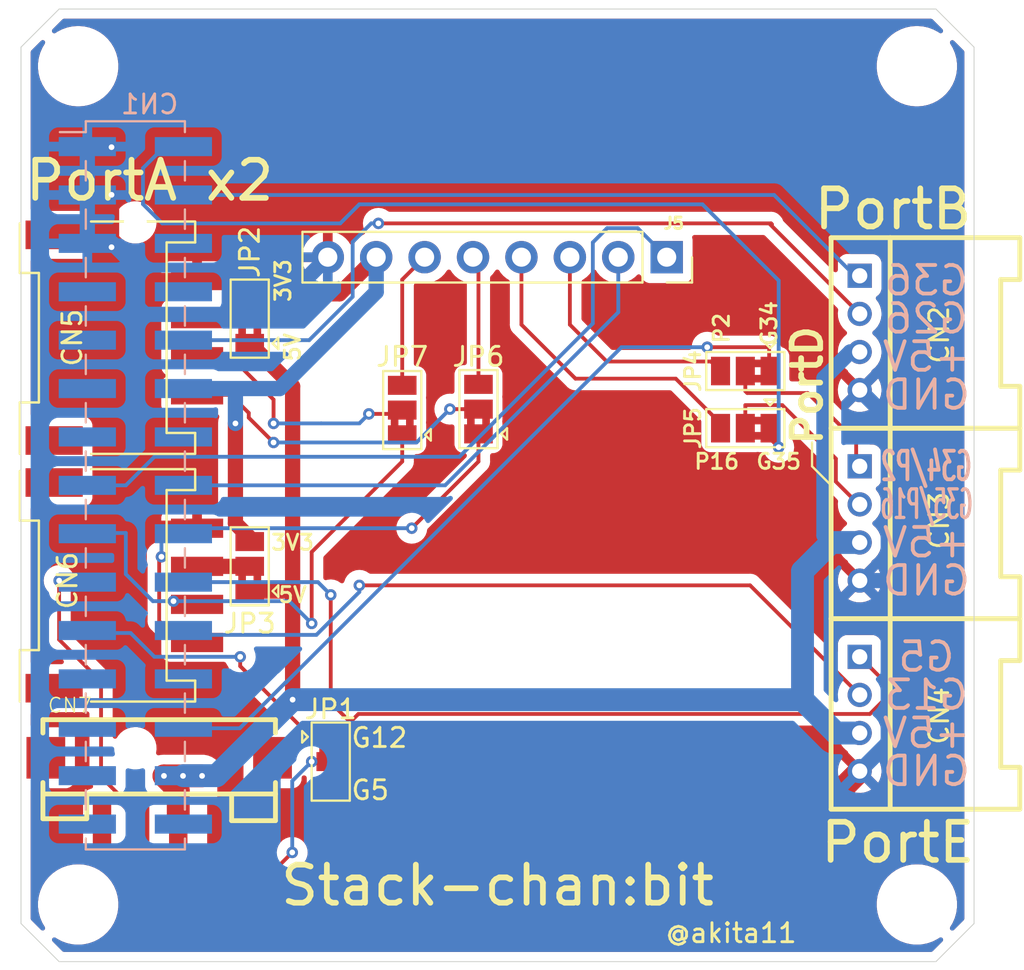
<source format=kicad_pcb>
(kicad_pcb (version 20211014) (generator pcbnew)
  (layers (0 "F.Cu" signal) (31 "B.Cu" signal) (34 "B.Paste" user) (35 "F.Paste" user) (36 "B.SilkS" user "B.Silkscreen") (37 "F.SilkS" user "F.Silkscreen") (38 "B.Mask" user) (39 "F.Mask" user) (44 "Edge.Cuts" user))
  (net 0 "")
  (net 1 "+3V3")
  (net 2 "GND")
  (net 3 "/G5")
  (net 4 "/G12")
  (net 9 "/G13")
  (net 11 "+5V")
  (net 14 "/SV2")
  (net 15 "/SV1")
  (net 22 "/G21")
  (net 23 "/G22")
  (net 24 "/G36")
  (net 25 "/G26")
  (net 26 "/G34")
  (net 27 "/G35")
  (net 28 "/VDD-A1")
  (net 29 "/VDD-A2")
  (net 30 "/PD1")
  (net 31 "/PD2")
  (net 32 "/PA11")
  (net 33 "/PA12")
  (net 34 "/P0m")
  (net 35 "/P1m")
  (net 36 "/P2m")
  (net 37 "/P16m")
  (net 38 "/P19m")
  (net 39 "/P20m")
  (footprint "MountingHole:MountingHole_3.2mm_M3" (layer "F.Cu") (at 47 -47)
    (fp_text reference "REF**" hide)
    (fp_text value "MountingHole_3.2mm_M3" hide)
    (pad "" np_thru_hole circle locked (at 0 0) (size 3.2 3.2) (drill 3.2) (layers *.Cu *.Mask))
  )
  (footprint "akita:CON_GROVE_V_SMD" (layer "F.Cu") (at 7.25 -7.3)
    (fp_text reference "CN7" (at -5.9 -5.7) (layer "F.SilkS") (effects (font (size 0.77216 0.77216) (thickness 0.077216)) (justify left bottom)))
    (fp_text value "CON_GROVE")
    (pad "1" smd rect locked (at -3 0 90) (size 2.54 0.9652) (layers "F.Cu" "F.Paste" "F.Mask") (net 15 "/SV1"))
    (pad "2" smd rect locked (at -1 0 90) (size 2.54 0.9652) (layers "F.Cu" "F.Paste" "F.Mask") (net 14 "/SV2"))
    (pad "3" smd rect locked (at 1 0 90) (size 2.54 0.9652) (layers "F.Cu" "F.Paste" "F.Mask") (net 11 "+5V"))
    (pad "4" smd rect locked (at 3 0 90) (size 2.54 0.9652) (layers "F.Cu" "F.Paste" "F.Mask") (net 2 "GND"))
    (pad "SS1" smd rect locked (at -5.946 -3.4 90) (size 2.1844 2.032) (layers "F.Cu" "F.Paste" "F.Mask"))
    (pad "SS2" smd rect locked (at 5.946 -3.4 90) (size 2.1844 2.032) (layers "F.Cu" "F.Paste" "F.Mask"))
  )
  (footprint "akita:CON_GROVE_H" (layer "F.Cu") (at 44 -13 -90)
    (fp_text reference "CN4" (at -1.5 -4.75 90) (layer "F.SilkS") (effects (justify right bottom)))
    (fp_text value "CON_GROVE")
    (pad "1" thru_hole rect locked (at -3 0 270) (size 1.27 1.27) (drill 0.8) (layers *.Cu *.Mask) (net 3 "/G5"))
    (pad "2" thru_hole circle locked (at -1 0 270) (size 1.27 1.27) (drill 0.8) (layers *.Cu *.Mask) (net 9 "/G13"))
    (pad "3" thru_hole circle locked (at 1 0 270) (size 1.27 1.27) (drill 0.8) (layers *.Cu *.Mask) (net 11 "+5V"))
    (pad "4" thru_hole circle locked (at 3 0 270) (size 1.27 1.27) (drill 0.8) (layers *.Cu *.Mask) (net 2 "GND"))
  )
  (footprint "MountingHole:MountingHole_3.2mm_M3" (layer "F.Cu") (at 47 -3)
    (fp_text reference "REF**" hide)
    (fp_text value "MountingHole_3.2mm_M3" hide)
    (pad "" np_thru_hole circle locked (at 0 0) (size 3.2 3.2) (drill 3.2) (layers *.Cu *.Mask))
  )
  (footprint "Jumper:SolderJumper-3_P1.3mm_Bridged2Bar12_Pad1.0x1.5mm" (layer "F.Cu") (at 16.25 -10.5 -90)
    (fp_text reference "JP1" (at -2.75 0 180) (layer "F.SilkS"))
    (fp_text value "SolderJumper_3_Bridged12")
    (fp_poly (pts (xy -0.9 -0.6) (xy -0.4 -0.6) (xy -0.4 -0.2) (xy -0.9 -0.2)) (layer "F.Cu") (width 0) (fill solid))
    (fp_poly (pts (xy -0.9 0.2) (xy -0.4 0.2) (xy -0.4 0.6) (xy -0.9 0.6)) (layer "F.Cu") (width 0) (fill solid))
    (pad "1" smd rect locked (at -1.3 0 270) (size 1 1.5) (layers "F.Cu" "F.Mask") (net 4 "/G12"))
    (pad "2" smd rect locked (at 0 0 270) (size 1 1.5) (layers "F.Cu" "F.Mask") (net 15 "/SV1"))
    (pad "3" smd rect locked (at 1.3 0 270) (size 1 1.5) (layers "F.Cu" "F.Mask") (net 3 "/G5"))
  )
  (footprint "Jumper:SolderJumper-3_P1.3mm_Bridged2Bar12_Pad1.0x1.5mm" (layer "F.Cu") (at 38 -31 180)
    (fp_text reference "JP4" (at 2.75 0 90) (layer "F.SilkS") (effects (font (size 0.8 0.8))))
    (fp_text value "SolderJumper_3_Bridged12")
    (fp_poly (pts (xy -0.9 0.2) (xy -0.4 0.2) (xy -0.4 0.6) (xy -0.9 0.6)) (layer "F.Cu") (width 0) (fill solid))
    (fp_poly (pts (xy -0.9 -0.6) (xy -0.4 -0.6) (xy -0.4 -0.2) (xy -0.9 -0.2)) (layer "F.Cu") (width 0) (fill solid))
    (pad "1" smd rect locked (at -1.3 0 180) (size 1 1.5) (layers "F.Cu" "F.Mask") (net 26 "/G34"))
    (pad "2" smd rect locked (at 0 0 180) (size 1 1.5) (layers "F.Cu" "F.Mask") (net 30 "/PD1"))
    (pad "3" smd rect locked (at 1.3 0 180) (size 1 1.5) (layers "F.Cu" "F.Mask") (net 36 "/P2m"))
  )
  (footprint "" (layer "F.Cu") (at 17.2 -42.3)
    (fp_text reference "" (at 0 0) (layer "F.SilkS") (effects (font (size 1.27 1.27))))
    (fp_text value "" (at 0 0) (layer "F.SilkS") (effects (font (size 1.27 1.27))))
    (pad "" np_thru_hole circle (at -11.2 31.1) (size 1.2 1.2) (drill 1.2) (layers F&B.Cu *.Mask))
  )
  (footprint "Jumper:SolderJumper-3_P1.3mm_Bridged2Bar12_Pad1.0x1.5mm" (layer "F.Cu") (at 12 -33.75 90)
    (fp_text reference "JP2" (at 3.5 0 270) (layer "F.SilkS"))
    (fp_text value "SolderJumper_3_Bridged12")
    (fp_poly (pts (xy -0.9 0.2) (xy -0.4 0.2) (xy -0.4 0.6) (xy -0.9 0.6)) (layer "F.Cu") (width 0) (fill solid))
    (fp_poly (pts (xy -0.9 -0.6) (xy -0.4 -0.6) (xy -0.4 -0.2) (xy -0.9 -0.2)) (layer "F.Cu") (width 0) (fill solid))
    (pad "1" smd rect locked (at -1.3 0 90) (size 1 1.5) (layers "F.Cu" "F.Mask") (net 11 "+5V"))
    (pad "2" smd rect locked (at 0 0 90) (size 1 1.5) (layers "F.Cu" "F.Mask") (net 28 "/VDD-A1"))
    (pad "3" smd rect locked (at 1.3 0 90) (size 1 1.5) (layers "F.Cu" "F.Mask") (net 1 "+3V3"))
  )
  (footprint "akita:CON_GROVE_H" (layer "F.Cu") (at 44 -23 -90)
    (fp_text reference "CN3" (at -1.75 -4.75 90) (layer "F.SilkS") (effects (justify right bottom)))
    (fp_text value "CON_GROVE")
    (pad "1" thru_hole rect locked (at -3 0 270) (size 1.27 1.27) (drill 0.8) (layers *.Cu *.Mask) (net 30 "/PD1"))
    (pad "2" thru_hole circle locked (at -1 0 270) (size 1.27 1.27) (drill 0.8) (layers *.Cu *.Mask) (net 31 "/PD2"))
    (pad "3" thru_hole circle locked (at 1 0 270) (size 1.27 1.27) (drill 0.8) (layers *.Cu *.Mask) (net 11 "+5V"))
    (pad "4" thru_hole circle locked (at 3 0 270) (size 1.27 1.27) (drill 0.8) (layers *.Cu *.Mask) (net 2 "GND"))
  )
  (footprint "Jumper:SolderJumper-3_P1.3mm_Bridged2Bar12_Pad1.0x1.5mm" (layer "F.Cu") (at 38 -28 180)
    (fp_text reference "JP5" (at 2.75 0 90) (layer "F.SilkS") (effects (font (size 0.8 0.8))))
    (fp_text value "SolderJumper_3_Bridged12")
    (fp_poly (pts (xy -0.9 0.2) (xy -0.4 0.2) (xy -0.4 0.6) (xy -0.9 0.6)) (layer "F.Cu") (width 0) (fill solid))
    (fp_poly (pts (xy -0.9 -0.6) (xy -0.4 -0.6) (xy -0.4 -0.2) (xy -0.9 -0.2)) (layer "F.Cu") (width 0) (fill solid))
    (pad "1" smd rect locked (at -1.3 0 180) (size 1 1.5) (layers "F.Cu" "F.Mask") (net 27 "/G35"))
    (pad "2" smd rect locked (at 0 0 180) (size 1 1.5) (layers "F.Cu" "F.Mask") (net 31 "/PD2"))
    (pad "3" smd rect locked (at 1.3 0 180) (size 1 1.5) (layers "F.Cu" "F.Mask") (net 37 "/P16m"))
  )
  (footprint "Jumper:SolderJumper-3_P1.3mm_Bridged2Bar12_Pad1.0x1.5mm" (layer "F.Cu") (at 20 -28.95 90)
    (fp_text reference "JP7" (at 2.8 0 180) (layer "F.SilkS"))
    (fp_text value "SolderJumper_3_Bridged12")
    (fp_poly (pts (xy -0.9 0.2) (xy -0.4 0.2) (xy -0.4 0.6) (xy -0.9 0.6)) (layer "F.Cu") (width 0) (fill solid))
    (fp_poly (pts (xy -0.9 -0.6) (xy -0.4 -0.6) (xy -0.4 -0.2) (xy -0.9 -0.2)) (layer "F.Cu") (width 0) (fill solid))
    (pad "1" smd rect locked (at -1.3 0 90) (size 1 1.5) (layers "F.Cu" "F.Mask") (net 22 "/G21"))
    (pad "2" smd rect locked (at 0 0 90) (size 1 1.5) (layers "F.Cu" "F.Mask") (net 33 "/PA12"))
    (pad "3" smd rect locked (at 1.3 0 90) (size 1 1.5) (layers "F.Cu" "F.Mask") (net 39 "/P20m"))
  )
  (footprint "akita:CON_GROVE_H_SMD" (layer "F.Cu") (at 4.4375 -19.75 90)
    (fp_text reference "CN6" (at 0.25 -2 90) (layer "F.SilkS"))
    (fp_text value "CON_GROVE")
    (pad "1" smd rect locked (at -2.99974 4.7997 180) (size 2.73812 1.00838) (layers "F.Cu" "F.Paste" "F.Mask") (net 23 "/G22"))
    (pad "2" smd rect locked (at -0.99822 4.7997 180) (size 2.73812 1.00838) (layers "F.Cu" "F.Paste" "F.Mask") (net 22 "/G21"))
    (pad "3" smd rect locked (at 0.99822 4.7997 180) (size 2.73812 1.00838) (layers "F.Cu" "F.Paste" "F.Mask") (net 29 "/VDD-A2"))
    (pad "4" smd rect locked (at 2.99974 4.7997 180) (size 2.73812 1.00838) (layers "F.Cu" "F.Paste" "F.Mask") (net 2 "GND"))
    (pad "5" smd rect locked (at -5.3975 -2.69838 180) (size 2.99974 1.5) (layers "F.Cu" "F.Paste" "F.Mask"))
    (pad "6" smd rect locked (at 5.3975 -2.69838 180) (size 2.99974 1.5) (layers "F.Cu" "F.Paste" "F.Mask"))
  )
  (footprint "MountingHole:MountingHole_3.2mm_M3" (layer "F.Cu") (at 3 -3)
    (fp_text reference "REF**" hide)
    (fp_text value "MountingHole_3.2mm_M3" hide)
    (pad "" np_thru_hole circle locked (at 0 0) (size 3.2 3.2) (drill 3.2) (layers *.Cu *.Mask))
  )
  (footprint "Jumper:SolderJumper-3_P1.3mm_Bridged2Bar12_Pad1.0x1.5mm" (layer "F.Cu") (at 24 -29 90)
    (fp_text reference "JP6" (at 2.75 0 180) (layer "F.SilkS"))
    (fp_text value "SolderJumper_3_Bridged12")
    (fp_poly (pts (xy -0.9 -0.6) (xy -0.4 -0.6) (xy -0.4 -0.2) (xy -0.9 -0.2)) (layer "F.Cu") (width 0) (fill solid))
    (fp_poly (pts (xy -0.9 0.2) (xy -0.4 0.2) (xy -0.4 0.6) (xy -0.9 0.6)) (layer "F.Cu") (width 0) (fill solid))
    (pad "1" smd rect locked (at -1.3 0 90) (size 1 1.5) (layers "F.Cu" "F.Mask") (net 23 "/G22"))
    (pad "2" smd rect locked (at 0 0 90) (size 1 1.5) (layers "F.Cu" "F.Mask") (net 32 "/PA11"))
    (pad "3" smd rect locked (at 1.3 0 90) (size 1 1.5) (layers "F.Cu" "F.Mask") (net 38 "/P19m"))
  )
  (footprint "Jumper:SolderJumper-3_P1.3mm_Bridged2Bar12_Pad1.0x1.5mm" (layer "F.Cu") (at 12 -20.75 90)
    (fp_text reference "JP3" (at -3 0 180) (layer "F.SilkS"))
    (fp_text value "SolderJumper_3_Bridged12")
    (fp_poly (pts (xy -0.9 0.2) (xy -0.4 0.2) (xy -0.4 0.6) (xy -0.9 0.6)) (layer "F.Cu") (width 0) (fill solid))
    (fp_poly (pts (xy -0.9 -0.6) (xy -0.4 -0.6) (xy -0.4 -0.2) (xy -0.9 -0.2)) (layer "F.Cu") (width 0) (fill solid))
    (pad "1" smd rect locked (at -1.3 0 90) (size 1 1.5) (layers "F.Cu" "F.Mask") (net 11 "+5V"))
    (pad "2" smd rect locked (at 0 0 90) (size 1 1.5) (layers "F.Cu" "F.Mask") (net 29 "/VDD-A2"))
    (pad "3" smd rect locked (at 1.3 0 90) (size 1 1.5) (layers "F.Cu" "F.Mask") (net 1 "+3V3"))
  )
  (footprint "akita:CON_GROVE_H_SMD" (layer "F.Cu") (at 4.4375 -32.75 90)
    (fp_text reference "CN5" (at 0 -1.75 90) (layer "F.SilkS"))
    (fp_text value "CON_GROVE")
    (pad "1" smd rect locked (at -2.99974 4.7997 180) (size 2.73812 1.00838) (layers "F.Cu" "F.Paste" "F.Mask") (net 32 "/PA11"))
    (pad "2" smd rect locked (at -0.99822 4.7997 180) (size 2.73812 1.00838) (layers "F.Cu" "F.Paste" "F.Mask") (net 33 "/PA12"))
    (pad "3" smd rect locked (at 0.99822 4.7997 180) (size 2.73812 1.00838) (layers "F.Cu" "F.Paste" "F.Mask") (net 28 "/VDD-A1"))
    (pad "4" smd rect locked (at 2.99974 4.7997 180) (size 2.73812 1.00838) (layers "F.Cu" "F.Paste" "F.Mask") (net 2 "GND"))
    (pad "5" smd rect locked (at -5.3975 -2.69838 180) (size 2.99974 1.5) (layers "F.Cu" "F.Paste" "F.Mask"))
    (pad "6" smd rect locked (at 5.3975 -2.69838 180) (size 2.99974 1.5) (layers "F.Cu" "F.Paste" "F.Mask"))
  )
  (footprint "akita:CON_GROVE_H" (layer "F.Cu") (at 44 -33 -90)
    (fp_text reference "CN2" (at -1.5 -4.75 90) (layer "F.SilkS") (effects (justify right bottom)))
    (fp_text value "CON_GROVE")
    (pad "1" thru_hole rect locked (at -3 0 270) (size 1.27 1.27) (drill 0.8) (layers *.Cu *.Mask) (net 24 "/G36"))
    (pad "2" thru_hole circle locked (at -1 0 270) (size 1.27 1.27) (drill 0.8) (layers *.Cu *.Mask) (net 25 "/G26"))
    (pad "3" thru_hole circle locked (at 1 0 270) (size 1.27 1.27) (drill 0.8) (layers *.Cu *.Mask) (net 11 "+5V"))
    (pad "4" thru_hole circle locked (at 3 0 270) (size 1.27 1.27) (drill 0.8) (layers *.Cu *.Mask) (net 2 "GND"))
  )
  (footprint "Connector_PinSocket_2.54mm:PinSocket_1x08_P2.54mm_Vertical" (layer "F.Cu") (at 33.875 -36.975 -90)
    (fp_text reference "J5" (at -1.775 -0.375 180) (layer "F.SilkS") (effects (font (size 0.6 0.6))))
    (fp_text value "Conn_01x08")
    (pad "1" thru_hole rect locked (at 0 0 270) (size 1.7 1.7) (drill 1) (layers *.Cu *.Mask) (net 34 "/P0m"))
    (pad "2" thru_hole oval locked (at 0 2.54 270) (size 1.7 1.7) (drill 1) (layers *.Cu *.Mask) (net 35 "/P1m"))
    (pad "3" thru_hole oval locked (at 0 5.08 270) (size 1.7 1.7) (drill 1) (layers *.Cu *.Mask) (net 36 "/P2m"))
    (pad "4" thru_hole oval locked (at 0 7.62 270) (size 1.7 1.7) (drill 1) (layers *.Cu *.Mask) (net 37 "/P16m"))
    (pad "5" thru_hole oval locked (at 0 10.16 270) (size 1.7 1.7) (drill 1) (layers *.Cu *.Mask) (net 38 "/P19m"))
    (pad "6" thru_hole oval locked (at 0 12.7 270) (size 1.7 1.7) (drill 1) (layers *.Cu *.Mask) (net 39 "/P20m"))
    (pad "7" thru_hole oval locked (at 0 15.24 270) (size 1.7 1.7) (drill 1) (layers *.Cu *.Mask) (net 1 "+3V3"))
    (pad "8" thru_hole oval locked (at 0 17.78 270) (size 1.7 1.7) (drill 1) (layers *.Cu *.Mask) (net 2 "GND"))
  )
  (footprint "" (layer "F.Cu") (at 14 -41.9)
    (fp_text reference "" (at 0 0) (layer "F.SilkS") (effects (font (size 1.27 1.27))))
    (fp_text value "" (at 0 0) (layer "F.SilkS") (effects (font (size 1.27 1.27))))
    (pad "" np_thru_hole circle (at -8 3.1) (size 1.2 1.2) (drill 1.2) (layers F&B.Cu *.Mask))
  )
  (footprint "MountingHole:MountingHole_3.2mm_M3" (layer "F.Cu") (at 3 -47)
    (fp_text reference "REF**" hide)
    (fp_text value "MountingHole_3.2mm_M3" hide)
    (pad "" np_thru_hole circle locked (at 0 0) (size 3.2 3.2) (drill 3.2) (layers *.Cu *.Mask))
  )
  (footprint "Connector_PinSocket_2.54mm:PinSocket_2x15_P2.54mm_Vertical_SMD" (layer "B.Cu") (at 6 -25 180)
    (fp_text reference "CN1" (at -0.75 20) (layer "B.SilkS") (effects (justify mirror)))
    (fp_text value "CON_MBUS_bottom")
    (pad "1" smd rect locked (at 2.52 17.78 180) (size 3 1) (layers "B.Cu" "B.Paste" "B.Mask") (net 2 "GND"))
    (pad "2" smd rect locked (at -2.52 17.78 180) (size 3 1) (layers "B.Cu" "B.Paste" "B.Mask") (net 27 "/G35"))
    (pad "3" smd rect locked (at 2.52 15.24 180) (size 3 1) (layers "B.Cu" "B.Paste" "B.Mask") (net 2 "GND"))
    (pad "4" smd rect locked (at -2.52 15.24 180) (size 3 1) (layers "B.Cu" "B.Paste" "B.Mask") (net 24 "/G36"))
    (pad "5" smd rect locked (at 2.52 12.7 180) (size 3 1) (layers "B.Cu" "B.Paste" "B.Mask") (net 2 "GND"))
    (pad "6" smd rect locked (at -2.52 12.7 180) (size 3 1) (layers "B.Cu" "B.Paste" "B.Mask"))
    (pad "7" smd rect locked (at 2.52 10.16 180) (size 3 1) (layers "B.Cu" "B.Paste" "B.Mask"))
    (pad "8" smd rect locked (at -2.52 10.16 180) (size 3 1) (layers "B.Cu" "B.Paste" "B.Mask"))
    (pad "9" smd rect locked (at 2.52 7.62 180) (size 3 1) (layers "B.Cu" "B.Paste" "B.Mask"))
    (pad "10" smd rect locked (at -2.52 7.62 180) (size 3 1) (layers "B.Cu" "B.Paste" "B.Mask") (net 25 "/G26"))
    (pad "11" smd rect locked (at 2.52 5.08 180) (size 3 1) (layers "B.Cu" "B.Paste" "B.Mask"))
    (pad "12" smd rect locked (at -2.52 5.08 180) (size 3 1) (layers "B.Cu" "B.Paste" "B.Mask") (net 1 "+3V3"))
    (pad "13" smd rect locked (at 2.52 2.54 180) (size 3 1) (layers "B.Cu" "B.Paste" "B.Mask"))
    (pad "14" smd rect locked (at -2.52 2.54 180) (size 3 1) (layers "B.Cu" "B.Paste" "B.Mask"))
    (pad "15" smd rect locked (at 2.52 0 180) (size 3 1) (layers "B.Cu" "B.Paste" "B.Mask") (net 34 "/P0m"))
    (pad "16" smd rect locked (at -2.52 0 180) (size 3 1) (layers "B.Cu" "B.Paste" "B.Mask") (net 35 "/P1m"))
    (pad "17" smd rect locked (at 2.52 -2.54 180) (size 3 1) (layers "B.Cu" "B.Paste" "B.Mask") (net 22 "/G21"))
    (pad "18" smd rect locked (at -2.52 -2.54 180) (size 3 1) (layers "B.Cu" "B.Paste" "B.Mask") (net 23 "/G22"))
    (pad "19" smd rect locked (at 2.52 -5.08 180) (size 3 1) (layers "B.Cu" "B.Paste" "B.Mask") (net 14 "/SV2"))
    (pad "20" smd rect locked (at -2.52 -5.08 180) (size 3 1) (layers "B.Cu" "B.Paste" "B.Mask") (net 3 "/G5"))
    (pad "21" smd rect locked (at 2.52 -7.62 180) (size 3 1) (layers "B.Cu" "B.Paste" "B.Mask") (net 4 "/G12"))
    (pad "22" smd rect locked (at -2.52 -7.62 180) (size 3 1) (layers "B.Cu" "B.Paste" "B.Mask") (net 9 "/G13"))
    (pad "23" smd rect locked (at 2.52 -10.16 180) (size 3 1) (layers "B.Cu" "B.Paste" "B.Mask"))
    (pad "24" smd rect locked (at -2.52 -10.16 180) (size 3 1) (layers "B.Cu" "B.Paste" "B.Mask"))
    (pad "25" smd rect locked (at 2.52 -12.7 180) (size 3 1) (layers "B.Cu" "B.Paste" "B.Mask"))
    (pad "26" smd rect locked (at -2.52 -12.7 180) (size 3 1) (layers "B.Cu" "B.Paste" "B.Mask") (net 26 "/G34"))
    (pad "27" smd rect locked (at 2.52 -15.24 180) (size 3 1) (layers "B.Cu" "B.Paste" "B.Mask"))
    (pad "28" smd rect locked (at -2.52 -15.24 180) (size 3 1) (layers "B.Cu" "B.Paste" "B.Mask") (net 11 "+5V"))
    (pad "29" smd rect locked (at 2.52 -17.78 180) (size 3 1) (layers "B.Cu" "B.Paste" "B.Mask"))
    (pad "30" smd rect locked (at -2.52 -17.78 180) (size 3 1) (layers "B.Cu" "B.Paste" "B.Mask"))
  )
  (gr_line (start 41.5 -26) (end 42.5 -25) (layer "F.SilkS") (width 0.12))
  (gr_line (start 41.5 -27.25) (end 41.5 -26) (layer "F.SilkS") (width 0.12))
  (gr_line (start 50 -48) (end 50 -2) (layer "Edge.Cuts") (width 0.05))
  (gr_line (start 48 -50) (end 50 -48) (layer "Edge.Cuts") (width 0.05))
  (gr_line (start 0 -48) (end 2 -50) (layer "Edge.Cuts") (width 0.05))
  (gr_line (start 2 -50) (end 48 -50) (layer "Edge.Cuts") (width 0.05))
  (gr_line (start 50 -2) (end 48 0) (layer "Edge.Cuts") (width 0.05))
  (gr_line (start 0 -2) (end 0 -48) (layer "Edge.Cuts") (width 0.05))
  (gr_line (start 2 0) (end 0 -2) (layer "Edge.Cuts") (width 0.05))
  (gr_line (start 48 0) (end 2 0) (layer "Edge.Cuts") (width 0.05))
  (gr_text "G34/P2" (at 45 -26) (layer "B.SilkS") (effects (font (size 1.5 0.8) (thickness 0.2)) (justify right mirror)))
  (gr_text "GND" (at 47.5 -29.75) (layer "B.SilkS") (effects (font (size 1.5 1.5) (thickness 0.2)) (justify mirror)))
  (gr_text "G5" (at 47.5 -16) (layer "B.SilkS") (effects (font (size 1.5 1.5) (thickness 0.2)) (justify mirror)))
  (gr_text "+5V" (at 47.5 -22) (layer "B.SilkS") (effects (font (size 1.5 1.5) (thickness 0.2)) (justify mirror)))
  (gr_text "GND" (at 47.5 -20) (layer "B.SilkS") (effects (font (size 1.5 1.5) (thickness 0.2)) (justify mirror)))
  (gr_text "G26" (at 47.5 -33.75) (layer "B.SilkS") (effects (font (size 1.5 1.5) (thickness 0.2)) (justify mirror)))
  (gr_text "G35/P16" (at 45 -24) (layer "B.SilkS") (effects (font (size 1.5 0.7) (thickness 0.175)) (justify right mirror)))
  (gr_text "+5V" (at 47.5 -31.75) (layer "B.SilkS") (effects (font (size 1.5 1.5) (thickness 0.2)) (justify mirror)))
  (gr_text "+5V" (at 47.5 -12) (layer "B.SilkS") (effects (font (size 1.5 1.5) (thickness 0.2)) (justify mirror)))
  (gr_text "GND" (at 47.5 -10) (layer "B.SilkS") (effects (font (size 1.5 1.5) (thickness 0.2)) (justify mirror)))
  (gr_text "G13" (at 47.5 -14) (layer "B.SilkS") (effects (font (size 1.5 1.5) (thickness 0.2)) (justify mirror)))
  (gr_text "G36" (at 47.5 -35.75) (layer "B.SilkS") (effects (font (size 1.5 1.5) (thickness 0.2)) (justify mirror)))
  (gr_text "G34" (at 39.25 -33.5 90) (layer "F.SilkS") (effects (font (size 0.8 0.8))))
  (gr_text "3V3" (at 13.75 -35.75 90) (layer "F.SilkS") (effects (font (size 0.8 0.8))))
  (gr_text "5V" (at 14.25 -19.25) (layer "F.SilkS") (effects (font (size 0.8 0.8))))
  (gr_text "PortE" (at 46 -6.25) (layer "F.SilkS") (effects (font (size 2 2) (thickness 0.3))))
  (gr_text "G5" (at 17.25 -9) (layer "F.SilkS") (effects (font (size 1 1)) (justify left)))
  (gr_text "P2" (at 36.75 -33.25 90) (layer "F.SilkS") (effects (font (size 0.8 0.8))))
  (gr_text "G35" (at 39.75 -26.25) (layer "F.SilkS") (effects (font (size 0.8 0.8))))
  (gr_text "PortA x2" (at 6.75 -41) (layer "F.SilkS") (effects (font (size 2 2) (thickness 0.3))))
  (gr_text "PortD" (at 41.25 -30.25 90) (layer "F.SilkS") (effects (font (size 1.5 1.5) (thickness 0.3))))
  (gr_text "PortB" (at 45.75 -39.5) (layer "F.SilkS") (effects (font (size 2 2) (thickness 0.3))))
  (gr_text "G12" (at 17.25 -11.75) (layer "F.SilkS") (effects (font (size 1 1)) (justify left)))
  (gr_text "5V" (at 14.25 -32.25 90) (layer "F.SilkS") (effects (font (size 0.8 0.8))))
  (gr_text "Stack-chan:bit" (at 25 -4) (layer "F.SilkS") (effects (font (size 2 2) (thickness 0.3))))
  (gr_text "P16" (at 36.5 -26.25) (layer "F.SilkS") (effects (font (size 0.8 0.8))))
  (gr_text "3V3" (at 14.25 -22) (layer "F.SilkS") (effects (font (size 0.8 0.8))))
  (gr_text "@akita11" (at 37.25 -1.5) (layer "F.SilkS") (effects (font (size 1 1))))
  (segment (start 11.25 -23) (end 12 -22.25) (width 0.8) (layer "F.Cu") (net 1))
  (segment (start 12 -35.05) (end 16.71 -35.05) (width 0.8) (layer "F.Cu") (net 1))
  (segment (start 11.25 -28.25) (end 11.25 -23) (width 0.8) (layer "F.Cu") (net 1))
  (segment (start 16.71 -35.05) (end 18.635 -36.975) (width 0.8) (layer "F.Cu") (net 1))
  (via (at 11.25 -28.25) (size 0.6) (drill 0.3) (layers "F.Cu" "B.Cu") (net 1))
  (segment (start 8.52 -30.08) (end 13.56927 -30.08) (width 0.8) (layer "B.Cu") (net 1))
  (segment (start 11.25 -28.25) (end 11.25 -30) (width 0.8) (layer "B.Cu") (net 1))
  (segment (start 18.635 -35.14573) (end 18.635 -36.975) (width 0.8) (layer "B.Cu") (net 1))
  (segment (start 13.56927 -30.08) (end 18.635 -35.14573) (width 0.8) (layer "B.Cu") (net 1))
  (segment (start 6.00026 -22.74974) (end 6 -22.75) (width 0.8) (layer "F.Cu") (net 2))
  (segment (start 6 -22.75) (end 6 -36) (width 1.2) (layer "F.Cu") (net 2))
  (segment (start 10.25 -7.3) (end 10.89952 -7.94952) (width 1.2) (layer "F.Cu") (net 2))
  (segment (start 6 -16.515188) (end 6 -22.75) (width 1.2) (layer "F.Cu") (net 2))
  (segment (start 6.25026 -35.74974) (end 6 -36) (width 0.8) (layer "F.Cu") (net 2))
  (segment (start 44 -10) (end 41.25 -7.25) (width 1.2) (layer "F.Cu") (net 2))
  (segment (start 10.89952 -7.94952) (end 10.89952 -11.615668) (width 1.2) (layer "F.Cu") (net 2))
  (segment (start 9.2372 -22.74974) (end 6.00026 -22.74974) (width 0.8) (layer "F.Cu") (net 2))
  (segment (start 4.550479 -40.050479) (end 4.75 -40.25) (width 1.2) (layer "F.Cu") (net 2))
  (segment (start 4.75 -40.25) (end 4.75 -42.75) (width 1.2) (layer "F.Cu") (net 2))
  (segment (start 9.2372 -35.74974) (end 6.25026 -35.74974) (width 0.8) (layer "F.Cu") (net 2))
  (segment (start 6 -36) (end 6 -36.25) (width 1.2) (layer "F.Cu") (net 2))
  (segment (start 6 -36.25) (end 4.75 -37.5) (width 1.2) (layer "F.Cu") (net 2))
  (segment (start 10.89952 -11.615668) (end 6 -16.515188) (width 1.2) (layer "F.Cu") (net 2))
  (segment (start 41.25 -7.25) (end 10.5 -7.25) (width 1.2) (layer "F.Cu") (net 2))
  (segment (start 4.75 -37.5) (end 4.550479 -37.699521) (width 1.2) (layer "F.Cu") (net 2))
  (segment (start 4.550479 -37.699521) (end 4.550479 -40.050479) (width 1.2) (layer "F.Cu") (net 2))
  (via (at 4.75 -40.25) (size 0.6) (drill 0.3) (layers "F.Cu" "B.Cu") (net 2))
  (via (at 4.75 -42.75) (size 0.6) (drill 0.3) (layers "F.Cu" "B.Cu") (net 2))
  (via (at 4.75 -37.5) (size 0.6) (drill 0.3) (layers "F.Cu" "B.Cu") (net 2))
  (segment (start 13.095 -33.975) (end 6.505978 -33.975) (width 0.8) (layer "B.Cu") (net 2))
  (segment (start 45.5 -20) (end 45.5 -28.5) (width 0.8) (layer "B.Cu") (net 2))
  (segment (start 6 -34.480978) (end 6 -36.5) (width 0.8) (layer "B.Cu") (net 2))
  (segment (start 45.5 -11.5) (end 45.5 -20) (width 0.8) (layer "B.Cu") (net 2))
  (segment (start 3.48 -42.78) (end 3.48 -38) (width 0.8) (layer "B.Cu") (net 2))
  (segment (start 16.095 -36.975) (end 13.095 -33.975) (width 0.8) (layer "B.Cu") (net 2))
  (segment (start 6 -36.5) (end 4.8 -37.7) (width 0.8) (layer "B.Cu") (net 2))
  (segment (start 4.8 -37.7) (end 3.48 -37.7) (width 0.8) (layer "B.Cu") (net 2))
  (segment (start 44 -10) (end 45.5 -11.5) (width 0.8) (layer "B.Cu") (net 2))
  (segment (start 45.5 -28.5) (end 44 -30) (width 0.8) (layer "B.Cu") (net 2))
  (segment (start 44 -20) (end 45.5 -20) (width 0.8) (layer "B.Cu") (net 2))
  (segment (start 6.505978 -33.975) (end 6 -34.480978) (width 0.8) (layer "B.Cu") (net 2))
  (segment (start 44.5358 -13) (end 17.7 -13) (width 0.2) (layer "F.Cu") (net 3))
  (segment (start 44 -16) (end 45.25 -14.75) (width 0.2) (layer "F.Cu") (net 3))
  (segment (start 45.25 -13.7142) (end 44.5358 -13) (width 0.2) (layer "F.Cu") (net 3))
  (segment (start 17.299511 -12.599511) (end 17.299511 -10.049511) (width 0.2) (layer "F.Cu") (net 3))
  (segment (start 16.25 -13.599511) (end 17.25 -12.599511) (width 0.2) (layer "F.Cu") (net 3))
  (segment (start 45.25 -14.75) (end 45.25 -13.7142) (width 0.2) (layer "F.Cu") (net 3))
  (segment (start 16.799022 -9.2) (end 17.299511 -9.700489) (width 0.2) (layer "F.Cu") (net 3))
  (segment (start 17.299511 -9.700489) (end 17.299511 -10.299511) (width 0.2) (layer "F.Cu") (net 3))
  (segment (start 16.25 -9.2) (end 16.799022 -9.2) (width 0.2) (layer "F.Cu") (net 3))
  (segment (start 17.7 -13) (end 17.299511 -12.599511) (width 0.2) (layer "F.Cu") (net 3))
  (segment (start 16.25 -19.25) (end 16.25 -13.599511) (width 0.2) (layer "F.Cu") (net 3))
  (via (at 16.25 -19.25) (size 0.6) (drill 0.3) (layers "F.Cu" "B.Cu") (net 3))
  (segment (start 15.58 -19.92) (end 8.52 -19.92) (width 0.2) (layer "B.Cu") (net 3))
  (segment (start 16.25 -19.25) (end 15.58 -19.92) (width 0.2) (layer "B.Cu") (net 3))
  (segment (start 11.5 -15.51073) (end 11.5 -16) (width 0.2) (layer "F.Cu") (net 4))
  (segment (start 15.21073 -11.8) (end 11.5 -15.51073) (width 0.2) (layer "F.Cu") (net 4))
  (segment (start 16.25 -11.8) (end 15.21073 -11.8) (width 0.2) (layer "F.Cu") (net 4))
  (via (at 11.5 -16) (size 0.6) (drill 0.3) (layers "F.Cu" "B.Cu") (net 4))
  (segment (start 11.5 -16) (end 7 -16) (width 0.2) (layer "B.Cu") (net 4))
  (segment (start 5.75 -17.25) (end 3.5 -17.25) (width 0.2) (layer "B.Cu") (net 4))
  (segment (start 7 -16) (end 5.75 -17.25) (width 0.2) (layer "B.Cu") (net 4))
  (segment (start 17.75 -19.75) (end 38.25 -19.75) (width 0.2) (layer "F.Cu") (net 9))
  (segment (start 38.25 -19.75) (end 44 -14) (width 0.2) (layer "F.Cu") (net 9))
  (via (at 17.75 -19.75) (size 0.6) (drill 0.3) (layers "F.Cu" "B.Cu") (net 9))
  (segment (start 8.749511 -17.150489) (end 15.498327 -17.150489) (width 0.2) (layer "B.Cu") (net 9))
  (segment (start 8.52 -17.38) (end 8.749511 -17.150489) (width 0.2) (layer "B.Cu") (net 9))
  (segment (start 17.75 -19.402162) (end 17.75 -19.75) (width 0.2) (layer "B.Cu") (net 9))
  (segment (start 15.498327 -17.150489) (end 17.75 -19.402162) (width 0.2) (layer "B.Cu") (net 9))
  (segment (start 14.25 -30.2) (end 14.25 -19.75) (width 0.8) (layer "F.Cu") (net 11))
  (segment (start 8.25 -9) (end 7.5 -9.75) (width 1.2) (layer "F.Cu") (net 11))
  (segment (start 8.25 -7.3) (end 8.25 -9) (width 1.2) (layer "F.Cu") (net 11))
  (segment (start 14.25 -19.75) (end 14.25 -13.75) (width 0.8) (layer "F.Cu") (net 11))
  (segment (start 12 -32.45) (end 14.25 -30.2) (width 0.8) (layer "F.Cu") (net 11))
  (segment (start 13.95 -19.45) (end 14.25 -19.75) (width 0.8) (layer "F.Cu") (net 11))
  (segment (start 12 -19.45) (end 13.95 -19.45) (width 0.8) (layer "F.Cu") (net 11))
  (segment (start 8.5 -9.75) (end 9.5 -9.75) (width 1.2) (layer "F.Cu") (net 11))
  (segment (start 7.5 -9.75) (end 8.5 -9.75) (width 1.2) (layer "F.Cu") (net 11))
  (via (at 14.25 -13.75) (size 0.6) (drill 0.3) (layers "F.Cu" "B.Cu") (net 11))
  (via (at 9.5 -9.75) (size 0.6) (drill 0.3) (layers "F.Cu" "B.Cu") (net 11))
  (via (at 7.5 -9.75) (size 0.6) (drill 0.3) (layers "F.Cu" "B.Cu") (net 11))
  (via (at 8.5 -9.75) (size 0.6) (drill 0.3) (layers "F.Cu" "B.Cu") (net 11))
  (segment (start 14.25 -13.75) (end 41 -13.75) (width 1.2) (layer "B.Cu") (net 11))
  (segment (start 41 -20.5) (end 41 -13.75) (width 1.2) (layer "B.Cu") (net 11))
  (segment (start 44 -32) (end 43.5 -32) (width 0.8) (layer "B.Cu") (net 11))
  (segment (start 10.26 -9.76) (end 14.25 -13.75) (width 1.2) (layer "B.Cu") (net 11))
  (segment (start 42.75 -12) (end 44 -12) (width 1.2) (layer "B.Cu") (net 11))
  (segment (start 42.5 -22) (end 44 -22) (width 1.2) (layer "B.Cu") (net 11))
  (segment (start 41 -13.75) (end 42.75 -12) (width 1.2) (layer "B.Cu") (net 11))
  (segment (start 43.5 -32) (end 42.124521 -30.624521) (width 0.8) (layer "B.Cu") (net 11))
  (segment (start 42.5 -22) (end 42.124521 -22.375479) (width 0.8) (layer "B.Cu") (net 11))
  (segment (start 8.52 -9.76) (end 10.26 -9.76) (width 1.2) (layer "B.Cu") (net 11))
  (segment (start 42.5 -22) (end 41 -20.5) (width 1.2) (layer "B.Cu") (net 11))
  (segment (start 42.124521 -30.624521) (end 42.124521 -22.375479) (width 0.8) (layer "B.Cu") (net 11))
  (segment (start 6.25 -7.3) (end 5.032111 -8.517889) (width 0.2) (layer "F.Cu") (net 14))
  (segment (start 5.032111 -8.869511) (end 4.2 -9.701622) (width 0.2) (layer "F.Cu") (net 14))
  (segment (start 2 -16.902011) (end 2 -20) (width 0.2) (layer "F.Cu") (net 14))
  (segment (start 4.2 -9.701622) (end 4.2 -14.702011) (width 0.2) (layer "F.Cu") (net 14))
  (segment (start 4.2 -14.702011) (end 2 -16.902011) (width 0.2) (layer "F.Cu") (net 14))
  (segment (start 5.032111 -8.517889) (end 5.032111 -8.869511) (width 0.2) (layer "F.Cu") (net 14))
  (via (at 2 -20) (size 0.6) (drill 0.3) (layers "F.Cu" "B.Cu") (net 14))
  (segment (start 4.25 -6.5126) (end 5.7626 -5) (width 0.2) (layer "F.Cu") (net 15))
  (segment (start 15.25 -10.5) (end 16.5 -10.5) (width 0.2) (layer "F.Cu") (net 15))
  (segment (start 4.25 -7.3) (end 4.25 -6.5126) (width 0.2) (layer "F.Cu") (net 15))
  (segment (start 5.7626 -5) (end 13.5 -5) (width 0.2) (layer "F.Cu") (net 15))
  (segment (start 13.5 -5) (end 14.230489 -5.730489) (width 0.2) (layer "F.Cu") (net 15))
  (via (at 14.230489 -5.730489) (size 0.6) (drill 0.3) (layers "F.Cu" "B.Cu") (net 15))
  (via (at 15.25 -10.5) (size 0.6) (drill 0.3) (layers "F.Cu" "B.Cu") (net 15))
  (segment (start 14.230489 -5.730489) (end 14.230489 -9.480489) (width 0.2) (layer "B.Cu") (net 15))
  (segment (start 14.230489 -9.480489) (end 15.25 -10.5) (width 0.2) (layer "B.Cu") (net 15))
  (segment (start 8 -18.920498) (end 8.168718 -18.75178) (width 0.2) (layer "F.Cu") (net 22))
  (segment (start 20 -27.65) (end 20 -26.25) (width 0.2) (layer "F.Cu") (net 22))
  (segment (start 20 -26.25) (end 15.25 -21.5) (width 0.2) (layer "F.Cu") (net 22))
  (segment (start 8.168718 -18.75178) (end 9.2372 -18.75178) (width 0.2) (layer "F.Cu") (net 22))
  (segment (start 15.25 -21.5) (end 15.25 -17.75) (width 0.2) (layer "F.Cu") (net 22))
  (via (at 8 -18.920498) (size 0.6) (drill 0.3) (layers "F.Cu" "B.Cu") (net 22))
  (via (at 15.25 -17.75) (size 0.6) (drill 0.3) (layers "F.Cu" "B.Cu") (net 22))
  (segment (start 5.5 -20.340978) (end 5.5 -22.5) (width 0.2) (layer "B.Cu") (net 22))
  (segment (start 5.5 -22.5) (end 3.5 -22.5) (width 0.2) (layer "B.Cu") (net 22))
  (segment (start 15.25 -17.75) (end 14.079502 -18.920498) (width 0.2) (layer "B.Cu") (net 22))
  (segment (start 6.92048 -18.920498) (end 5.5 -20.340978) (width 0.2) (layer "B.Cu") (net 22))
  (segment (start 14.079502 -18.920498) (end 8 -18.920498) (width 0.2) (layer "B.Cu") (net 22))
  (segment (start 8 -18.920498) (end 6.92048 -18.920498) (width 0.2) (layer "B.Cu") (net 22))
  (segment (start 7.25 -17.87259) (end 8.37233 -16.75026) (width 0.2) (layer "F.Cu") (net 23))
  (segment (start 7.368638 -21.25) (end 7.25 -21.131362) (width 0.2) (layer "F.Cu") (net 23))
  (segment (start 24 -27.7) (end 24 -26.25) (width 0.2) (layer "F.Cu") (net 23))
  (segment (start 24 -26.25) (end 20.5 -22.75) (width 0.2) (layer "F.Cu") (net 23))
  (segment (start 8.37233 -16.75026) (end 9.2372 -16.75026) (width 0.2) (layer "F.Cu") (net 23))
  (segment (start 7.25 -21.131362) (end 7.25 -17.87259) (width 0.2) (layer "F.Cu") (net 23))
  (via (at 20.5 -22.75) (size 0.6) (drill 0.3) (layers "F.Cu" "B.Cu") (net 23))
  (via (at 7.368638 -21.25) (size 0.6) (drill 0.3) (layers "F.Cu" "B.Cu") (net 23))
  (segment (start 7.368638 -22.243638) (end 7.625 -22.5) (width 0.2) (layer "B.Cu") (net 23))
  (segment (start 9 -22.75) (end 8.5 -22.25) (width 0.2) (layer "B.Cu") (net 23))
  (segment (start 20.5 -22.75) (end 9 -22.75) (width 0.2) (layer "B.Cu") (net 23))
  (segment (start 7.368638 -21.25) (end 7.368638 -22.243638) (width 0.2) (layer "B.Cu") (net 23))
  (segment (start 7.625 -22.5) (end 8.25 -22.5) (width 0.2) (layer "B.Cu") (net 23))
  (segment (start 8.52 -40.24) (end 39.51 -40.24) (width 0.2) (layer "B.Cu") (net 24))
  (segment (start 39.51 -40.24) (end 44 -35.75) (width 0.2) (layer "B.Cu") (net 24))
  (segment (start 39.35 -38.75) (end 39.4 -38.7) (width 0.2) (layer "F.Cu") (net 25))
  (segment (start 39.3 -38.7) (end 44 -34) (width 0.2) (layer "F.Cu") (net 25))
  (segment (start 18.75 -38.75) (end 39.35 -38.75) (width 0.2) (layer "F.Cu") (net 25))
  (via (at 18.75 -38.75) (size 0.6) (drill 0.3) (layers "F.Cu" "B.Cu") (net 25))
  (segment (start 18.75 -38.75) (end 18.375 -38.75) (width 0.2) (layer "B.Cu") (net 25))
  (segment (start 15.12 -32.62) (end 8.52 -32.62) (width 0.2) (layer "B.Cu") (net 25))
  (segment (start 17.4 -34.9) (end 15.12 -32.62) (width 0.2) (layer "B.Cu") (net 25))
  (segment (start 18.375 -38.75) (end 17.4 -37.775) (width 0.2) (layer "B.Cu") (net 25))
  (segment (start 17.4 -37.775) (end 17.4 -34.9) (width 0.2) (layer "B.Cu") (net 25))
  (segment (start 39.25 -32.25) (end 39.25 -31.25) (width 0.2) (layer "F.Cu") (net 26))
  (segment (start 36 -32.25) (end 39.25 -32.25) (width 0.2) (layer "F.Cu") (net 26))
  (via (at 36 -32.25) (size 0.6) (drill 0.3) (layers "F.Cu" "B.Cu") (net 26))
  (segment (start 31.5 -32.25) (end 13.89952 -14.64952) (width 0.2) (layer "B.Cu") (net 26))
  (segment (start 36 -32.25) (end 31.5 -32.25) (width 0.2) (layer "B.Cu") (net 26))
  (segment (start 13.877406 -14.64952) (end 11.477886 -12.25) (width 0.2) (layer "B.Cu") (net 26))
  (segment (start 9.52 -12.3) (end 8.52 -12.3) (width 0.2) (layer "B.Cu") (net 26))
  (segment (start 11.477886 -12.25) (end 8.5 -12.25) (width 0.2) (layer "B.Cu") (net 26))
  (segment (start 13.89952 -14.64952) (end 13.877406 -14.64952) (width 0.2) (layer "B.Cu") (net 26))
  (segment (start 39.3 -28) (end 39.3 -27.45) (width 0.2) (layer "F.Cu") (net 27))
  (segment (start 39.3 -27.45) (end 39.75 -27) (width 0.2) (layer "F.Cu") (net 27))
  (via (at 39.75 -27) (size 0.6) (drill 0.3) (layers "F.Cu" "B.Cu") (net 27))
  (segment (start 16.75 -38.75) (end 17.75 -39.75) (width 0.2) (layer "B.Cu") (net 27))
  (segment (start 6.4 -41.65) (end 6.4 -39.760978) (width 0.2) (layer "B.Cu") (net 27))
  (segment (start 6.4 -39.760978) (end 7.410978 -38.75) (width 0.2) (layer "B.Cu") (net 27))
  (segment (start 8.52 -42.78) (end 7.53 -42.78) (width 0.2) (layer "B.Cu") (net 27))
  (segment (start 39.75 -35.75) (end 39.75 -27) (width 0.2) (layer "B.Cu") (net 27))
  (segment (start 7.53 -42.78) (end 6.4 -41.65) (width 0.2) (layer "B.Cu") (net 27))
  (segment (start 7.410978 -38.75) (end 16.75 -38.75) (width 0.2) (layer "B.Cu") (net 27))
  (segment (start 35.75 -39.75) (end 39.75 -35.75) (width 0.2) (layer "B.Cu") (net 27))
  (segment (start 17.75 -39.75) (end 35.75 -39.75) (width 0.2) (layer "B.Cu") (net 27))
  (segment (start 9.2372 -33.74822) (end 12.24822 -33.74822) (width 0.8) (layer "F.Cu") (net 28))
  (segment (start 9.2372 -20.74822) (end 12.24822 -20.74822) (width 0.8) (layer "F.Cu") (net 29))
  (segment (start 38 -29.945) (end 38.1 -29.845) (width 0.2) (layer "F.Cu") (net 30))
  (segment (start 41.275 -29.845) (end 43.815 -27.305) (width 0.2) (layer "F.Cu") (net 30))
  (segment (start 43.815 -27.305) (end 43.815 -26.035) (width 0.2) (layer "F.Cu") (net 30))
  (segment (start 38 -31) (end 38 -29.945) (width 0.2) (layer "F.Cu") (net 30))
  (segment (start 38.1 -29.845) (end 41.275 -29.845) (width 0.2) (layer "F.Cu") (net 30))
  (segment (start 39.939022 -29.21) (end 42.75 -26.399022) (width 0.2) (layer "F.Cu") (net 31))
  (segment (start 42.75 -26.399022) (end 42.75 -25.195) (width 0.2) (layer "F.Cu") (net 31))
  (segment (start 42.75 -25.195) (end 43.815 -24.13) (width 0.2) (layer "F.Cu") (net 31))
  (segment (start 38 -29.21) (end 39.939022 -29.21) (width 0.2) (layer "F.Cu") (net 31))
  (segment (start 38 -28) (end 38 -29.21) (width 0.2) (layer "F.Cu") (net 31))
  (segment (start 10.99974 -29.75026) (end 9.2372 -29.75026) (width 0.2) (layer "F.Cu") (net 32))
  (segment (start 13.25 -27.25) (end 11.94952 -28.55048) (width 0.2) (layer "F.Cu") (net 32))
  (segment (start 22.5 -29) (end 23.75 -29) (width 0.2) (layer "F.Cu") (net 32))
  (segment (start 11.94952 -28.80048) (end 10.99974 -29.75026) (width 0.2) (layer "F.Cu") (net 32))
  (segment (start 11.94952 -28.55048) (end 11.94952 -28.80048) (width 0.2) (layer "F.Cu") (net 32))
  (segment (start 23.75 -29) (end 24 -28.75) (width 0.2) (layer "F.Cu") (net 32))
  (via (at 22.5 -29) (size 0.6) (drill 0.3) (layers "F.Cu" "B.Cu") (net 32))
  (via (at 13.25 -27.25) (size 0.6) (drill 0.3) (layers "F.Cu" "B.Cu") (net 32))
  (segment (start 13.25 -27.25) (end 20.75 -27.25) (width 0.2) (layer "B.Cu") (net 32))
  (segment (start 20.75 -27.25) (end 22.5 -29) (width 0.2) (layer "B.Cu") (net 32))
  (segment (start 13.25 -29.5) (end 13.25 -28.25) (width 0.2) (layer "F.Cu") (net 33))
  (segment (start 10.99822 -31.75178) (end 13.25 -29.5) (width 0.2) (layer "F.Cu") (net 33))
  (segment (start 19.75 -28.75) (end 20 -29) (width 0.2) (layer "F.Cu") (net 33))
  (segment (start 9.2372 -31.75178) (end 10.99822 -31.75178) (width 0.2) (layer "F.Cu") (net 33))
  (segment (start 18.25 -28.75) (end 19.75 -28.75) (width 0.2) (layer "F.Cu") (net 33))
  (via (at 13.25 -28.25) (size 0.6) (drill 0.3) (layers "F.Cu" "B.Cu") (net 33))
  (via (at 18.25 -28.75) (size 0.6) (drill 0.3) (layers "F.Cu" "B.Cu") (net 33))
  (segment (start 17.75 -28.25) (end 18.25 -28.75) (width 0.2) (layer "B.Cu") (net 33))
  (segment (start 13.25 -28.25) (end 15.75 -28.25) (width 0.2) (layer "B.Cu") (net 33))
  (segment (start 15.75 -28.25) (end 17.75 -28.25) (width 0.2) (layer "B.Cu") (net 33))
  (segment (start 32.35 -38.5) (end 33.875 -36.975) (width 0.2) (layer "B.Cu") (net 34))
  (segment (start 3.48 -25) (end 5.5 -25) (width 0.2) (layer "B.Cu") (net 34))
  (segment (start 23 -26.5) (end 30 -33.5) (width 0.2) (layer "B.Cu") (net 34))
  (segment (start 30 -37.75) (end 30.75 -38.5) (width 0.2) (layer "B.Cu") (net 34))
  (segment (start 30.75 -38.5) (end 32.35 -38.5) (width 0.2) (layer "B.Cu") (net 34))
  (segment (start 30 -33.5) (end 30 -37.75) (width 0.2) (layer "B.Cu") (net 34))
  (segment (start 5.5 -25) (end 7 -26.5) (width 0.2) (layer "B.Cu") (net 34))
  (segment (start 7 -26.5) (end 23 -26.5) (width 0.2) (layer "B.Cu") (net 34))
  (segment (start 31.335 -34.085) (end 31.335 -36.975) (width 0.2) (layer "B.Cu") (net 35))
  (segment (start 22.25 -25) (end 31.335 -34.085) (width 0.2) (layer "B.Cu") (net 35))
  (segment (start 8.52 -25) (end 22.25 -25) (width 0.2) (layer "B.Cu") (net 35))
  (segment (start 28.795 -33.435) (end 28.795 -36.975) (width 0.2) (layer "F.Cu") (net 36))
  (segment (start 36.7 -31) (end 36.2 -31.5) (width 0.2) (layer "F.Cu") (net 36))
  (segment (start 30.73 -31.5) (end 28.795 -33.435) (width 0.2) (layer "F.Cu") (net 36))
  (segment (start 36.2 -31.5) (end 30.73 -31.5) (width 0.2) (layer "F.Cu") (net 36))
  (segment (start 36.7 -28.25) (end 34.34952 -30.60048) (width 0.2) (layer "F.Cu") (net 37))
  (segment (start 26.255 -33.435) (end 26.255 -36.975) (width 0.2) (layer "F.Cu") (net 37))
  (segment (start 34.34952 -30.60048) (end 29.08952 -30.60048) (width 0.2) (layer "F.Cu") (net 37))
  (segment (start 29.08952 -30.60048) (end 26.255 -33.435) (width 0.2) (layer "F.Cu") (net 37))
  (segment (start 36.7 -28) (end 36.7 -28.25) (width 0.2) (layer "F.Cu") (net 37))
  (segment (start 24 -30.3) (end 24 -36.69) (width 0.2) (layer "F.Cu") (net 38))
  (segment (start 24 -36.69) (end 23.715 -36.975) (width 0.2) (layer "F.Cu") (net 38))
  (segment (start 20 -30.25) (end 20 -35.8) (width 0.2) (layer "F.Cu") (net 39))
  (segment (start 20 -35.8) (end 21.175 -36.975) (width 0.2) (layer "F.Cu") (net 39))
  (zone (net 2) (net_name "GND") (layers F&B.Cu) (connect_pads (clearance 0.508)) (min_thickness 0.254) (fill yes (thermal_gap 0.508) (thermal_bridge_width 0.508))
    (polygon (pts (xy 50 0) (xy 0 0) (xy 0 -50) (xy 50 -50)))
  )
)
</source>
